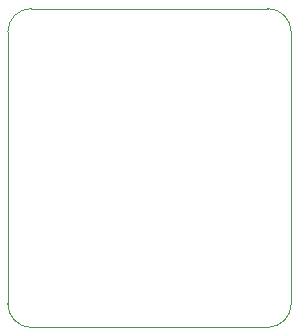
<source format=gbr>
%TF.GenerationSoftware,KiCad,Pcbnew,6.0.11+dfsg-1~bpo11+1*%
%TF.CreationDate,2023-08-17T01:34:47-07:00*%
%TF.ProjectId,electrical_intro_project,656c6563-7472-4696-9361-6c5f696e7472,rev?*%
%TF.SameCoordinates,Original*%
%TF.FileFunction,Profile,NP*%
%FSLAX46Y46*%
G04 Gerber Fmt 4.6, Leading zero omitted, Abs format (unit mm)*
G04 Created by KiCad (PCBNEW 6.0.11+dfsg-1~bpo11+1) date 2023-08-17 01:34:47*
%MOMM*%
%LPD*%
G01*
G04 APERTURE LIST*
%TA.AperFunction,Profile*%
%ADD10C,0.100000*%
%TD*%
G04 APERTURE END LIST*
D10*
X135000000Y-93000000D02*
X115000000Y-93000000D01*
X137000000Y-95000000D02*
X137000000Y-118000000D01*
X137000000Y-95000000D02*
G75*
G03*
X135000000Y-93000000I-2000000J0D01*
G01*
X115000000Y-120000000D02*
X135000000Y-120000000D01*
X113000000Y-95000000D02*
X113000000Y-118000000D01*
X115000000Y-93000000D02*
G75*
G03*
X113000000Y-95000000I0J-2000000D01*
G01*
X113000000Y-118000000D02*
G75*
G03*
X115000000Y-120000000I2000000J0D01*
G01*
X135000000Y-120000000D02*
G75*
G03*
X137000000Y-118000000I0J2000000D01*
G01*
M02*

</source>
